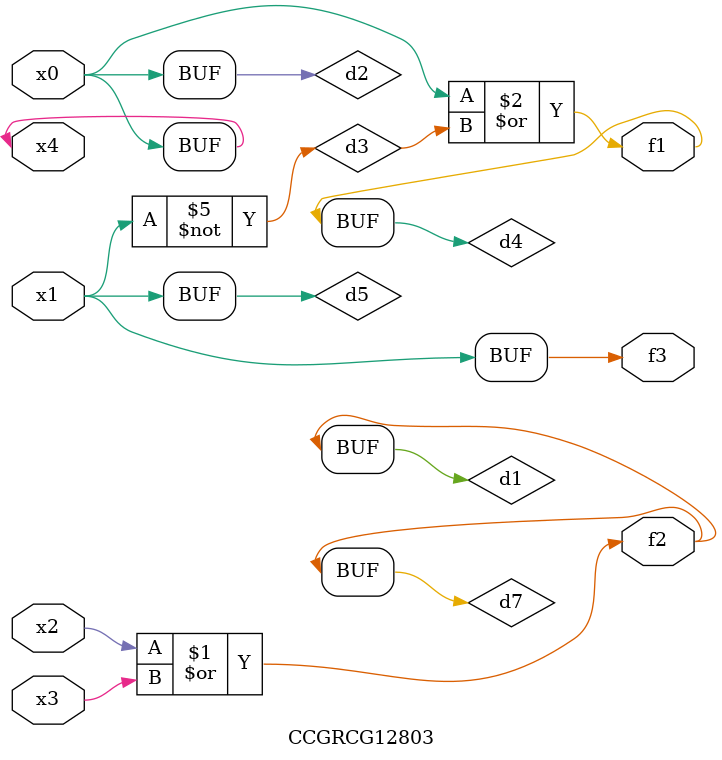
<source format=v>
module CCGRCG12803(
	input x0, x1, x2, x3, x4,
	output f1, f2, f3
);

	wire d1, d2, d3, d4, d5, d6, d7;

	or (d1, x2, x3);
	buf (d2, x0, x4);
	not (d3, x1);
	or (d4, d2, d3);
	not (d5, d3);
	nand (d6, d1, d3);
	or (d7, d1);
	assign f1 = d4;
	assign f2 = d7;
	assign f3 = d5;
endmodule

</source>
